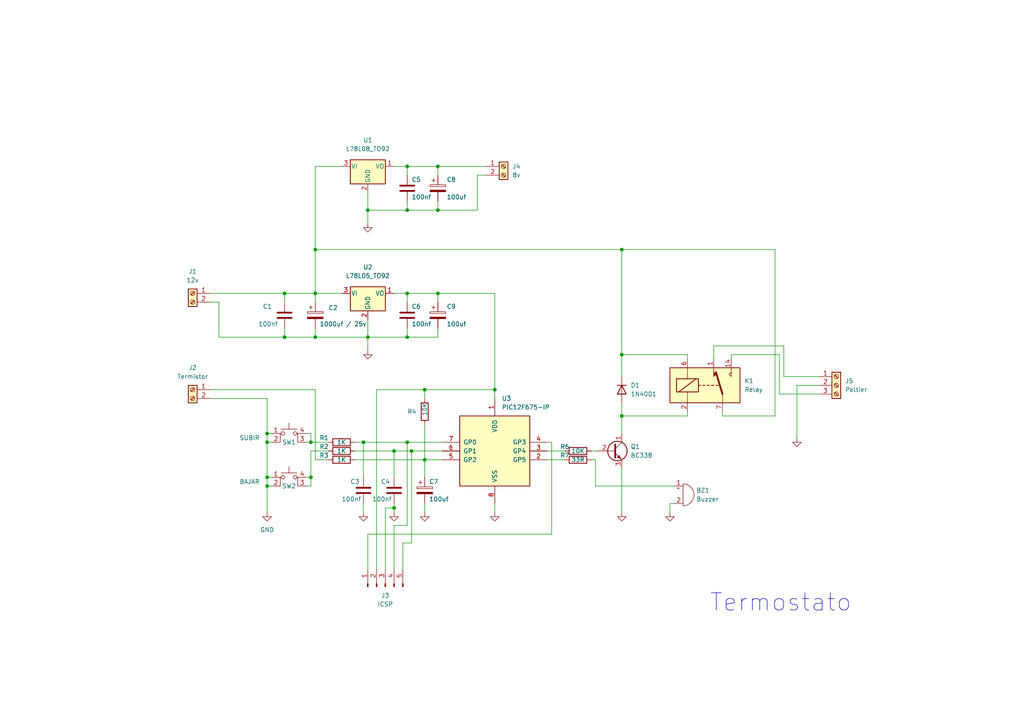
<source format=kicad_sch>
(kicad_sch (version 20211123) (generator eeschema)
  (paper "A4")
  (lib_symbols
    (symbol "Connector:Conn_01x05_Male" (pin_names (offset 1.016) hide)
      (property "Reference" "J" (at 0 7.62 0))
      (property "Value" "Conn_01x05_Male" (at 0 -7.62 0))
      (symbol "Conn_01x05_Male_1_1"
        (polyline (pts (xy 1.27 -5.08) (xy 0.8636 -5.08)) (stroke (width 0.1524)))
        (polyline (pts (xy 1.27 -2.54) (xy 0.8636 -2.54)) (stroke (width 0.1524)))
        (polyline (pts (xy 1.27 0) (xy 0.8636 0)) (stroke (width 0.1524)))
        (polyline (pts (xy 1.27 2.54) (xy 0.8636 2.54)) (stroke (width 0.1524)))
        (polyline (pts (xy 1.27 5.08) (xy 0.8636 5.08)) (stroke (width 0.1524)))
        (rectangle (start 0.8636 -4.953) (end 0 -5.207) (stroke (width 0.1524)) (fill (type outline)))
        (rectangle (start 0.8636 -2.413) (end 0 -2.667) (stroke (width 0.1524)) (fill (type outline)))
        (rectangle (start 0.8636 0.127) (end 0 -0.127) (stroke (width 0.1524)) (fill (type outline)))
        (rectangle (start 0.8636 2.667) (end 0 2.413) (stroke (width 0.1524)) (fill (type outline)))
        (rectangle (start 0.8636 5.207) (end 0 4.953) (stroke (width 0.1524)) (fill (type outline)))
        (pin passive line (at 5.08 5.08 180) (length 3.81) (name "Pin_1") (number "1"))
        (pin passive line (at 5.08 2.54 180) (length 3.81) (name "Pin_2") (number "2"))
        (pin passive line (at 5.08 0 180) (length 3.81) (name "Pin_3") (number "3"))
        (pin passive line (at 5.08 -2.54 180) (length 3.81) (name "Pin_4") (number "4"))
        (pin passive line (at 5.08 -5.08 180) (length 3.81) (name "Pin_5") (number "5"))
      )
    )
    (symbol "Connector:Screw_Terminal_01x02" (pin_names (offset 1.016) hide)
      (property "Reference" "J" (at 0 2.54 0))
      (property "Value" "Screw_Terminal_01x02" (at 0 -5.08 0))
      (symbol "Screw_Terminal_01x02_1_1"
        (rectangle (start -1.27 1.27) (end 1.27 -3.81) (stroke (width 0.254)) (fill (type background)))
        (circle (center 0 -2.54) (radius 0.635) (stroke (width 0.1524)))
        (polyline (pts (xy -0.5334 -2.2098) (xy 0.3302 -3.048)) (stroke (width 0.1524)))
        (polyline (pts (xy -0.5334 0.3302) (xy 0.3302 -0.508)) (stroke (width 0.1524)))
        (polyline (pts (xy -0.3556 -2.032) (xy 0.508 -2.8702)) (stroke (width 0.1524)))
        (polyline (pts (xy -0.3556 0.508) (xy 0.508 -0.3302)) (stroke (width 0.1524)))
        (circle (center 0 0) (radius 0.635) (stroke (width 0.1524)))
        (pin passive line (at -5.08 0 0) (length 3.81) (name "Pin_1") (number "1"))
        (pin passive line (at -5.08 -2.54 0) (length 3.81) (name "Pin_2") (number "2"))
      )
    )
    (symbol "Connector:Screw_Terminal_01x03" (pin_names (offset 1.016) hide)
      (property "Reference" "J" (at 0 5.08 0))
      (property "Value" "Screw_Terminal_01x03" (at 0 -5.08 0))
      (symbol "Screw_Terminal_01x03_1_1"
        (rectangle (start -1.27 3.81) (end 1.27 -3.81) (stroke (width 0.254)) (fill (type background)))
        (circle (center 0 -2.54) (radius 0.635) (stroke (width 0.1524)))
        (polyline (pts (xy -0.5334 -2.2098) (xy 0.3302 -3.048)) (stroke (width 0.1524)))
        (polyline (pts (xy -0.5334 0.3302) (xy 0.3302 -0.508)) (stroke (width 0.1524)))
        (polyline (pts (xy -0.5334 2.8702) (xy 0.3302 2.032)) (stroke (width 0.1524)))
        (polyline (pts (xy -0.3556 -2.032) (xy 0.508 -2.8702)) (stroke (width 0.1524)))
        (polyline (pts (xy -0.3556 0.508) (xy 0.508 -0.3302)) (stroke (width 0.1524)))
        (polyline (pts (xy -0.3556 3.048) (xy 0.508 2.2098)) (stroke (width 0.1524)))
        (circle (center 0 0) (radius 0.635) (stroke (width 0.1524)))
        (circle (center 0 2.54) (radius 0.635) (stroke (width 0.1524)))
        (pin passive line (at -5.08 2.54 0) (length 3.81) (name "Pin_1") (number "1"))
        (pin passive line (at -5.08 0 0) (length 3.81) (name "Pin_2") (number "2"))
        (pin passive line (at -5.08 -2.54 0) (length 3.81) (name "Pin_3") (number "3"))
      )
    )
    (symbol "Device:Buzzer" (pin_names (offset 0.0254) hide)
      (property "Reference" "BZ" (at 3.81 1.27 0))
      (property "Value" "Buzzer" (at 3.81 -1.27 0))
      (symbol "Buzzer_0_1"
        (arc (start 0 -3.175) (mid 3.175 0) (end 0 3.175))
        (polyline (pts (xy -1.651 1.905) (xy -1.143 1.905)))
        (polyline (pts (xy -1.397 2.159) (xy -1.397 1.651)))
        (polyline (pts (xy 0 3.175) (xy 0 -3.175)))
      )
      (symbol "Buzzer_1_1"
        (pin passive line (at -2.54 2.54 0) (length 2.54) (name "-") (number "1"))
        (pin passive line (at -2.54 -2.54 0) (length 2.54) (name "+") (number "2"))
      )
    )
    (symbol "Device:C" (pin_numbers hide) (pin_names (offset 0.254))
      (property "Reference" "C" (at 0.635 2.54 0))
      (property "Value" "C" (at 0.635 -2.54 0))
      (symbol "C_0_1"
        (polyline (pts (xy -2.032 -0.762) (xy 2.032 -0.762)) (stroke (width 0.508)))
        (polyline (pts (xy -2.032 0.762) (xy 2.032 0.762)) (stroke (width 0.508)))
      )
      (symbol "C_1_1"
        (pin passive line (at 0 3.81 270) (length 2.794) (name "~") (number "1"))
        (pin passive line (at 0 -3.81 90) (length 2.794) (name "~") (number "2"))
      )
    )
    (symbol "Device:C_Polarized" (pin_numbers hide) (pin_names (offset 0.254))
      (property "Reference" "C" (at 0.635 2.54 0))
      (property "Value" "C_Polarized" (at 0.635 -2.54 0))
      (symbol "C_Polarized_0_1"
        (rectangle (start -2.286 0.508) (end 2.286 1.016))
        (polyline (pts (xy -1.778 2.286) (xy -0.762 2.286)))
        (polyline (pts (xy -1.27 2.794) (xy -1.27 1.778)))
        (rectangle (start 2.286 -0.508) (end -2.286 -1.016) (fill (type outline)))
      )
      (symbol "C_Polarized_1_1"
        (pin passive line (at 0 3.81 270) (length 2.794) (name "~") (number "1"))
        (pin passive line (at 0 -3.81 90) (length 2.794) (name "~") (number "2"))
      )
    )
    (symbol "Device:R" (pin_numbers hide) (pin_names (offset 0))
      (property "Reference" "R" (at 2.032 0 90))
      (property "Value" "R" (at 0 0 90))
      (symbol "R_0_1"
        (rectangle (start -1.016 -2.54) (end 1.016 2.54) (stroke (width 0.254)))
      )
      (symbol "R_1_1"
        (pin passive line (at 0 3.81 270) (length 1.27) (name "~") (number "1"))
        (pin passive line (at 0 -3.81 90) (length 1.27) (name "~") (number "2"))
      )
    )
    (symbol "Diode:1N4001" (pin_numbers hide) (pin_names (offset 1.016) hide)
      (property "Reference" "D" (at 0 2.54 0))
      (property "Value" "1N4001" (at 0 -2.54 0))
      (symbol "1N4001_0_1"
        (polyline (pts (xy -1.27 1.27) (xy -1.27 -1.27)) (stroke (width 0.254)))
        (polyline (pts (xy 1.27 0) (xy -1.27 0)))
        (polyline (pts (xy 1.27 1.27) (xy 1.27 -1.27) (xy -1.27 0) (xy 1.27 1.27)) (stroke (width 0.254)))
      )
      (symbol "1N4001_1_1"
        (pin passive line (at -3.81 0 0) (length 2.54) (name "K") (number "1"))
        (pin passive line (at 3.81 0 180) (length 2.54) (name "A") (number "2"))
      )
    )
    (symbol "MCU_Microchip_PIC12:PIC12F675-IP" (pin_names (offset 1.016))
      (property "Reference" "U" (at 1.27 13.97 0))
      (property "Value" "PIC12F675-IP" (at 1.27 11.43 0))
      (symbol "PIC12F675-IP_0_1"
        (rectangle (start 10.16 -10.16) (end -10.16 10.16) (stroke (width 0.254)) (fill (type background)))
      )
      (symbol "PIC12F675-IP_1_1"
        (pin power_in line (at 0 15.24 270) (length 5.08) (name "VDD") (number "1"))
        (pin bidirectional line (at 15.24 -2.54 180) (length 5.08) (name "GP5") (number "2"))
        (pin bidirectional line (at 15.24 0 180) (length 5.08) (name "GP4") (number "3"))
        (pin input line (at 15.24 2.54 180) (length 5.08) (name "GP3") (number "4"))
        (pin bidirectional line (at -15.24 -2.54 0) (length 5.08) (name "GP2") (number "5"))
        (pin bidirectional line (at -15.24 0 0) (length 5.08) (name "GP1") (number "6"))
        (pin bidirectional line (at -15.24 2.54 0) (length 5.08) (name "GP0") (number "7"))
        (pin power_in line (at 0 -15.24 90) (length 5.08) (name "VSS") (number "8"))
      )
    )
    (symbol "Regulator_Linear:L78L05_TO92" (pin_names (offset 0.254))
      (property "Reference" "U" (at -3.81 3.175 0))
      (property "Value" "L78L05_TO92" (at 0 3.175 0))
      (symbol "L78L05_TO92_0_1"
        (rectangle (start -5.08 -5.08) (end 5.08 1.905) (stroke (width 0.254)) (fill (type background)))
      )
      (symbol "L78L05_TO92_1_1"
        (pin power_out line (at 7.62 0 180) (length 2.54) (name "VO") (number "1"))
        (pin power_in line (at 0 -7.62 90) (length 2.54) (name "GND") (number "2"))
        (pin power_in line (at -7.62 0 0) (length 2.54) (name "VI") (number "3"))
      )
    )
    (symbol "Relay:DIPxx-1Cxx-51x"
      (property "Reference" "K" (at 11.43 3.81 0))
      (property "Value" "DIPxx-1Cxx-51x" (at 11.43 1.27 0))
      (symbol "DIPxx-1Cxx-51x_0_0"
        (polyline (pts (xy 2.54 5.08) (xy 2.54 2.54) (xy 3.175 3.175) (xy 2.54 3.81)) (fill (type outline)))
        (polyline (pts (xy 7.62 5.08) (xy 7.62 2.54) (xy 6.985 3.175) (xy 7.62 3.81)))
      )
      (symbol "DIPxx-1Cxx-51x_0_1"
        (rectangle (start -10.16 5.08) (end 10.16 -5.08) (stroke (width 0.254)) (fill (type background)))
        (rectangle (start -8.255 1.905) (end -1.905 -1.905) (stroke (width 0.254)))
        (polyline (pts (xy -7.62 -1.905) (xy -2.54 1.905)) (stroke (width 0.254)))
        (polyline (pts (xy -5.08 -5.08) (xy -5.08 -1.905)))
        (polyline (pts (xy -5.08 5.08) (xy -5.08 1.905)))
        (polyline (pts (xy -1.905 0) (xy -1.27 0)) (stroke (width 0.254)))
        (polyline (pts (xy -0.635 0) (xy 0 0)) (stroke (width 0.254)))
        (polyline (pts (xy 0.635 0) (xy 1.27 0)) (stroke (width 0.254)))
        (polyline (pts (xy 1.905 0) (xy 2.54 0)) (stroke (width 0.254)))
        (polyline (pts (xy 3.175 0) (xy 3.81 0)) (stroke (width 0.254)))
        (polyline (pts (xy 5.08 -2.54) (xy 3.175 3.81)) (stroke (width 0.508)))
        (polyline (pts (xy 5.08 -2.54) (xy 5.08 -5.08)))
      )
      (symbol "DIPxx-1Cxx-51x_1_1"
        (pin passive line (at 2.54 7.62 270) (length 2.54) (name "~") (number "1"))
        (pin passive line (at 7.62 7.62 270) (length 2.54) (name "~") (number "14"))
        (pin passive line (at -5.08 -7.62 90) (length 2.54) (name "~") (number "2"))
        (pin passive line (at -5.08 7.62 270) (length 2.54) (name "~") (number "6"))
        (pin passive line (at 5.08 -7.62 90) (length 2.54) (name "~") (number "7"))
        (pin passive line (at 5.08 -7.62 90) (length 2.54) hide (name "~") (number "8"))
      )
    )
    (symbol "Switch:SW_MEC_5E" (pin_names (offset 1.016) hide)
      (property "Reference" "SW" (at 0.635 5.715 0))
      (property "Value" "SW_MEC_5E" (at 0 -3.175 0))
      (symbol "SW_MEC_5E_0_1"
        (circle (center -1.778 2.54) (radius 0.508))
        (polyline (pts (xy -2.286 3.81) (xy 2.286 3.81)))
        (polyline (pts (xy 0 3.81) (xy 0 5.588)))
        (polyline (pts (xy -2.54 0) (xy -2.54 2.54) (xy -2.286 2.54)))
        (polyline (pts (xy 2.54 0) (xy 2.54 2.54) (xy 2.286 2.54)))
        (circle (center 1.778 2.54) (radius 0.508))
        (pin passive line (at -5.08 2.54 0) (length 2.54) (name "1") (number "1"))
        (pin passive line (at -5.08 0 0) (length 2.54) (name "2") (number "2"))
        (pin passive line (at 5.08 0 180) (length 2.54) (name "K") (number "3"))
        (pin passive line (at 5.08 2.54 180) (length 2.54) (name "A") (number "4"))
      )
    )
    (symbol "Transistor_BJT:BC338" (pin_names (offset 0) hide)
      (property "Reference" "Q" (at 5.08 1.905 0))
      (property "Value" "BC338" (at 5.08 0 0))
      (symbol "BC338_0_1"
        (polyline (pts (xy 0 0) (xy 0.635 0)))
        (polyline (pts (xy 0.635 0.635) (xy 2.54 2.54)))
        (polyline (pts (xy 0.635 -0.635) (xy 2.54 -2.54) (xy 2.54 -2.54)))
        (polyline (pts (xy 0.635 1.905) (xy 0.635 -1.905) (xy 0.635 -1.905)) (stroke (width 0.508)))
        (polyline (pts (xy 1.27 -1.778) (xy 1.778 -1.27) (xy 2.286 -2.286) (xy 1.27 -1.778) (xy 1.27 -1.778)) (fill (type outline)))
        (circle (center 1.27 0) (radius 2.8194) (stroke (width 0.254)))
      )
      (symbol "BC338_1_1"
        (pin passive line (at 2.54 5.08 270) (length 2.54) (name "C") (number "1"))
        (pin input line (at -5.08 0 0) (length 5.08) (name "B") (number "2"))
        (pin passive line (at 2.54 -5.08 90) (length 2.54) (name "E") (number "3"))
      )
    )
    (symbol "power:GND" (power) (pin_names (offset 0))
      (property "Value" "GND" (at 0 -3.81 0))
      (symbol "GND_0_1"
        (polyline (pts (xy 0 0) (xy 0 -1.27) (xy 1.27 -1.27) (xy 0 -2.54) (xy -1.27 -1.27) (xy 0 -1.27)))
      )
      (symbol "GND_1_1"
        (pin power_in line (at 0 0 270) (length 0) hide (name "GND") (number "1"))
      )
    )
  )
  (junction (at 127 85.09))
  (junction (at 114.3 147.32))
  (junction (at 91.44 97.79))
  (junction (at 77.47 140.97))
  (junction (at 180.34 102.87))
  (junction (at 105.41 128.27))
  (junction (at 114.3 130.81))
  (junction (at 123.19 133.35))
  (junction (at 106.68 97.79))
  (junction (at 82.55 85.09))
  (junction (at 118.11 97.79))
  (junction (at 90.17 138.43))
  (junction (at 143.51 113.03))
  (junction (at 77.47 125.73))
  (junction (at 90.17 128.27))
  (junction (at 127 48.26))
  (junction (at 77.47 138.43))
  (junction (at 77.47 128.27))
  (junction (at 118.11 60.96))
  (junction (at 127 60.96))
  (junction (at 118.11 85.09))
  (junction (at 180.34 72.39))
  (junction (at 91.44 72.39))
  (junction (at 91.44 85.09))
  (junction (at 123.19 113.03))
  (junction (at 118.11 128.27))
  (junction (at 118.11 48.26))
  (junction (at 82.55 97.79))
  (junction (at 119.38 130.81))
  (junction (at 180.34 120.65))
  (junction (at 106.68 60.96))
  (wire (pts (xy 106.68 97.79) (xy 106.68 101.6)))
  (wire (pts (xy 160.02 154.94) (xy 160.02 128.27)))
  (wire (pts (xy 127 85.09) (xy 143.51 85.09)))
  (wire (pts (xy 77.47 138.43) (xy 77.47 140.97)))
  (wire (pts (xy 116.84 165.1) (xy 116.84 157.48)))
  (wire (pts (xy 140.97 50.8) (xy 138.43 50.8)))
  (wire (pts (xy 77.47 115.57) (xy 77.47 125.73)))
  (wire (pts (xy 109.22 113.03) (xy 123.19 113.03)))
  (wire (pts (xy 114.3 147.32) (xy 114.3 148.59)))
  (wire (pts (xy 226.06 102.87) (xy 226.06 114.3)))
  (wire (pts (xy 143.51 113.03) (xy 143.51 115.57)))
  (wire (pts (xy 77.47 140.97) (xy 77.47 148.59)))
  (wire (pts (xy 194.31 146.05) (xy 194.31 148.59)))
  (wire (pts (xy 88.9 140.97) (xy 90.17 140.97)))
  (wire (pts (xy 91.44 133.35) (xy 95.25 133.35)))
  (wire (pts (xy 90.17 140.97) (xy 90.17 138.43)))
  (wire (pts (xy 158.75 130.81) (xy 163.83 130.81)))
  (wire (pts (xy 63.5 87.63) (xy 63.5 97.79)))
  (wire (pts (xy 227.33 109.22) (xy 237.49 109.22)))
  (wire (pts (xy 106.68 92.71) (xy 106.68 97.79)))
  (wire (pts (xy 106.68 97.79) (xy 118.11 97.79)))
  (wire (pts (xy 91.44 85.09) (xy 91.44 72.39)))
  (wire (pts (xy 105.41 128.27) (xy 118.11 128.27)))
  (wire (pts (xy 118.11 48.26) (xy 127 48.26)))
  (wire (pts (xy 171.45 133.35) (xy 172.72 133.35)))
  (wire (pts (xy 106.68 60.96) (xy 106.68 64.77)))
  (wire (pts (xy 106.68 154.94) (xy 160.02 154.94)))
  (wire (pts (xy 116.84 157.48) (xy 119.38 157.48)))
  (wire (pts (xy 199.39 102.87) (xy 180.34 102.87)))
  (wire (pts (xy 106.68 165.1) (xy 106.68 154.94)))
  (wire (pts (xy 171.45 130.81) (xy 172.72 130.81)))
  (wire (pts (xy 138.43 60.96) (xy 127 60.96)))
  (wire (pts (xy 195.58 146.05) (xy 194.31 146.05)))
  (wire (pts (xy 123.19 115.57) (xy 123.19 113.03)))
  (wire (pts (xy 63.5 97.79) (xy 82.55 97.79)))
  (wire (pts (xy 90.17 128.27) (xy 88.9 128.27)))
  (wire (pts (xy 118.11 60.96) (xy 127 60.96)))
  (wire (pts (xy 91.44 72.39) (xy 91.44 48.26)))
  (wire (pts (xy 77.47 138.43) (xy 78.74 138.43)))
  (wire (pts (xy 127 60.96) (xy 127 58.42)))
  (wire (pts (xy 172.72 133.35) (xy 172.72 140.97)))
  (wire (pts (xy 102.87 133.35) (xy 123.19 133.35)))
  (wire (pts (xy 158.75 128.27) (xy 160.02 128.27)))
  (wire (pts (xy 231.14 111.76) (xy 231.14 127)))
  (wire (pts (xy 123.19 133.35) (xy 128.27 133.35)))
  (wire (pts (xy 118.11 152.4) (xy 118.11 128.27)))
  (wire (pts (xy 88.9 125.73) (xy 90.17 125.73)))
  (wire (pts (xy 102.87 130.81) (xy 114.3 130.81)))
  (wire (pts (xy 118.11 97.79) (xy 127 97.79)))
  (wire (pts (xy 82.55 85.09) (xy 91.44 85.09)))
  (wire (pts (xy 105.41 128.27) (xy 105.41 138.43)))
  (wire (pts (xy 91.44 48.26) (xy 99.06 48.26)))
  (wire (pts (xy 105.41 146.05) (xy 105.41 148.59)))
  (wire (pts (xy 143.51 146.05) (xy 143.51 148.59)))
  (wire (pts (xy 158.75 133.35) (xy 163.83 133.35)))
  (wire (pts (xy 127 48.26) (xy 140.97 48.26)))
  (wire (pts (xy 127 97.79) (xy 127 95.25)))
  (wire (pts (xy 91.44 85.09) (xy 91.44 87.63)))
  (wire (pts (xy 77.47 125.73) (xy 77.47 128.27)))
  (wire (pts (xy 91.44 95.25) (xy 91.44 97.79)))
  (wire (pts (xy 180.34 120.65) (xy 180.34 125.73)))
  (wire (pts (xy 102.87 128.27) (xy 105.41 128.27)))
  (wire (pts (xy 172.72 140.97) (xy 195.58 140.97)))
  (wire (pts (xy 212.09 104.14) (xy 212.09 102.87)))
  (wire (pts (xy 226.06 114.3) (xy 237.49 114.3)))
  (wire (pts (xy 118.11 128.27) (xy 128.27 128.27)))
  (wire (pts (xy 143.51 85.09) (xy 143.51 113.03)))
  (wire (pts (xy 106.68 60.96) (xy 118.11 60.96)))
  (wire (pts (xy 77.47 140.97) (xy 78.74 140.97)))
  (wire (pts (xy 91.44 113.03) (xy 91.44 133.35)))
  (wire (pts (xy 114.3 152.4) (xy 118.11 152.4)))
  (wire (pts (xy 111.76 165.1) (xy 111.76 147.32)))
  (wire (pts (xy 207.01 104.14) (xy 207.01 100.33)))
  (wire (pts (xy 118.11 58.42) (xy 118.11 60.96)))
  (wire (pts (xy 118.11 85.09) (xy 118.11 87.63)))
  (wire (pts (xy 114.3 85.09) (xy 118.11 85.09)))
  (wire (pts (xy 180.34 102.87) (xy 180.34 109.22)))
  (wire (pts (xy 60.96 87.63) (xy 63.5 87.63)))
  (wire (pts (xy 209.55 119.38) (xy 209.55 120.65)))
  (wire (pts (xy 123.19 133.35) (xy 123.19 138.43)))
  (wire (pts (xy 91.44 85.09) (xy 99.06 85.09)))
  (wire (pts (xy 90.17 130.81) (xy 95.25 130.81)))
  (wire (pts (xy 180.34 135.89) (xy 180.34 148.59)))
  (wire (pts (xy 207.01 100.33) (xy 227.33 100.33)))
  (wire (pts (xy 123.19 123.19) (xy 123.19 133.35)))
  (wire (pts (xy 227.33 100.33) (xy 227.33 109.22)))
  (wire (pts (xy 91.44 97.79) (xy 106.68 97.79)))
  (wire (pts (xy 77.47 128.27) (xy 78.74 128.27)))
  (wire (pts (xy 114.3 130.81) (xy 119.38 130.81)))
  (wire (pts (xy 60.96 85.09) (xy 82.55 85.09)))
  (wire (pts (xy 60.96 115.57) (xy 77.47 115.57)))
  (wire (pts (xy 77.47 125.73) (xy 78.74 125.73)))
  (wire (pts (xy 118.11 95.25) (xy 118.11 97.79)))
  (wire (pts (xy 138.43 50.8) (xy 138.43 60.96)))
  (wire (pts (xy 180.34 120.65) (xy 199.39 120.65)))
  (wire (pts (xy 180.34 72.39) (xy 180.34 102.87)))
  (wire (pts (xy 119.38 130.81) (xy 128.27 130.81)))
  (wire (pts (xy 209.55 120.65) (xy 224.79 120.65)))
  (wire (pts (xy 224.79 72.39) (xy 224.79 120.65)))
  (wire (pts (xy 82.55 85.09) (xy 82.55 87.63)))
  (wire (pts (xy 237.49 111.76) (xy 231.14 111.76)))
  (wire (pts (xy 90.17 130.81) (xy 90.17 138.43)))
  (wire (pts (xy 119.38 157.48) (xy 119.38 130.81)))
  (wire (pts (xy 82.55 95.25) (xy 82.55 97.79)))
  (wire (pts (xy 90.17 125.73) (xy 90.17 128.27)))
  (wire (pts (xy 199.39 104.14) (xy 199.39 102.87)))
  (wire (pts (xy 123.19 146.05) (xy 123.19 148.59)))
  (wire (pts (xy 114.3 130.81) (xy 114.3 138.43)))
  (wire (pts (xy 77.47 128.27) (xy 77.47 138.43)))
  (wire (pts (xy 180.34 72.39) (xy 224.79 72.39)))
  (wire (pts (xy 114.3 146.05) (xy 114.3 147.32)))
  (wire (pts (xy 90.17 138.43) (xy 88.9 138.43)))
  (wire (pts (xy 212.09 102.87) (xy 226.06 102.87)))
  (wire (pts (xy 82.55 97.79) (xy 91.44 97.79)))
  (wire (pts (xy 91.44 72.39) (xy 180.34 72.39)))
  (wire (pts (xy 199.39 119.38) (xy 199.39 120.65)))
  (wire (pts (xy 127 48.26) (xy 127 50.8)))
  (wire (pts (xy 118.11 48.26) (xy 118.11 50.8)))
  (wire (pts (xy 118.11 85.09) (xy 127 85.09)))
  (wire (pts (xy 114.3 48.26) (xy 118.11 48.26)))
  (wire (pts (xy 123.19 113.03) (xy 143.51 113.03)))
  (wire (pts (xy 180.34 116.84) (xy 180.34 120.65)))
  (wire (pts (xy 114.3 165.1) (xy 114.3 152.4)))
  (wire (pts (xy 127 85.09) (xy 127 87.63)))
  (wire (pts (xy 109.22 165.1) (xy 109.22 113.03)))
  (wire (pts (xy 106.68 55.88) (xy 106.68 60.96)))
  (wire (pts (xy 90.17 128.27) (xy 95.25 128.27)))
  (wire (pts (xy 111.76 147.32) (xy 114.3 147.32)))
  (wire (pts (xy 91.44 113.03) (xy 60.96 113.03)))
  (text "Termostato" (at 205.74 177.8 0) (effects (font (size 5 5)) (justify left bottom)))
  (symbol (lib_id "power:GND") (at 114.3 148.59 0) (unit 1)
    (property "Reference" "#PWR05" (effects hide))
    (property "Value" "GND" (effects hide))
  )
  (symbol (lib_id "power:GND") (at 180.34 148.59 0) (unit 1)
    (property "Reference" "#PWR08" (effects hide))
    (property "Value" "GND" (effects hide))
  )
  (symbol (lib_id "Device:R") (at 99.06 133.35 90) (unit 1)
    (property "Reference" "R3" (at 93.98 132.08 90))
    (property "Value" "1K" (at 99.06 133.35 90))
  )
  (symbol (lib_id "Connector:Screw_Terminal_01x03") (at 242.57 111.76 0) (unit 1)
    (property "Reference" "J5" (at 245.11 110.4899 0) (effects (justify left)))
    (property "Value" "Peltier" (at 245.11 113.0299 0) (effects (justify left)))
  )
  (symbol (lib_id "Device:R") (at 99.06 128.27 90) (unit 1)
    (property "Reference" "R1" (at 93.98 127 90))
    (property "Value" "1K" (at 99.06 128.27 90))
  )
  (symbol (lib_id "Device:C") (at 118.11 91.44 0) (unit 1)
    (property "Reference" "C6" (at 119.38 88.9 0) (effects (justify left)))
    (property "Value" "100nf" (at 119.38 93.98 0) (effects (justify left)))
  )
  (symbol (lib_id "power:GND") (at 106.68 64.77 0) (unit 1)
    (property "Reference" "#PWR03" (effects hide))
    (property "Value" "GND" (effects hide))
  )
  (symbol (lib_id "power:GND") (at 231.14 127 0) (unit 1)
    (property "Reference" "#PWR011" (effects hide))
    (property "Value" "GND" (effects hide))
  )
  (symbol (lib_id "Device:C_Polarized") (at 91.44 91.44 0) (unit 1)
    (property "Reference" "C2" (at 95.25 89.2809 0) (effects (justify left)))
    (property "Value" "1000uf / 25v" (at 92.71 93.98 0) (effects (justify left)))
  )
  (symbol (lib_id "Device:C") (at 82.55 91.44 0) (unit 1)
    (property "Reference" "C1" (at 76.2 88.9 0) (effects (justify left)))
    (property "Value" "100nf" (at 74.93 93.98 0) (effects (justify left)))
  )
  (symbol (lib_id "Device:Buzzer") (at 198.12 143.51 0) (unit 1)
    (property "Reference" "BZ1" (at 201.93 142.2399 0) (effects (justify left)))
    (property "Value" "Buzzer" (at 201.93 144.7799 0) (effects (justify left)))
  )
  (symbol (lib_id "Diode:1N4001") (at 180.34 113.03 270) (unit 1)
    (property "Reference" "D1" (at 182.88 111.7599 90) (effects (justify left)))
    (property "Value" "1N4001" (at 182.88 114.2999 90) (effects (justify left)))
    (property "Footprint" "Diode_THT:D_DO-41_SOD81_P10.16mm_Horizontal" (effects hide))
    (property "Datasheet" "http://www.vishay.com/docs/88503/1n4001.pdf" (effects hide))
  )
  (symbol (lib_id "Connector:Screw_Terminal_01x02") (at 55.88 85.09 0) (mirror y) (unit 1)
    (property "Reference" "J1" (at 55.88 78.74 0))
    (property "Value" "12v" (at 55.88 81.28 0))
  )
  (symbol (lib_id "Device:C_Polarized") (at 127 54.61 0) (unit 1)
    (property "Reference" "C8" (at 129.54 52.07 0) (effects (justify left)))
    (property "Value" "100uf" (at 129.54 57.15 0) (effects (justify left)))
  )
  (symbol (lib_id "Switch:SW_MEC_5E") (at 83.82 140.97 0) (unit 1)
    (property "Reference" "SW2" (at 83.82 140.97 0))
    (property "Value" "BAJAR" (at 72.39 139.7 0))
    (property "Datasheet" "http://www.apem.com/int/index.php?controller=attachment&id_attachment=1371" (effects hide))
  )
  (symbol (lib_id "power:GND") (at 194.31 148.59 0) (unit 1)
    (property "Reference" "#PWR09" (effects hide))
    (property "Value" "GND" (effects hide))
  )
  (symbol (lib_id "Relay:DIPxx-1Cxx-51x") (at 204.47 111.76 0) (unit 1)
    (property "Reference" "K1" (at 215.9 110.4899 0) (effects (justify left)))
    (property "Value" "Relay" (at 215.9 113.0299 0) (effects (justify left)))
    (property "Footprint" "Relay_THT:Relay_StandexMeder_DIP_LowProfile" (effects hide))
    (property "Datasheet" "https://standexelectronics.com/wp-content/uploads/datasheet_reed_relay_DIP.pdf" (effects hide))
  )
  (symbol (lib_id "power:GND") (at 77.47 148.59 0) (unit 1)
    (property "Reference" "#PWR01" (effects hide))
    (property "Value" "GND" (at 77.47 153.67 0))
  )
  (symbol (lib_id "Device:C") (at 118.11 54.61 0) (unit 1)
    (property "Reference" "C5" (at 119.38 52.07 0) (effects (justify left)))
    (property "Value" "100nf" (at 119.38 57.15 0) (effects (justify left)))
  )
  (symbol (lib_id "MCU_Microchip_PIC12:PIC12F675-IP") (at 143.51 130.81 0) (unit 1)
    (property "Reference" "U3" (at 145.5294 115.57 0) (effects (justify left)))
    (property "Value" "PIC12F675-IP" (at 145.5294 118.11 0) (effects (justify left)))
    (property "Footprint" "Package_DIP:DIP-8_W7.62mm" (effects hide))
    (property "Datasheet" "http://ww1.microchip.com/downloads/en/DeviceDoc/41190G.pdf" (effects hide))
  )
  (symbol (lib_id "power:GND") (at 143.51 148.59 0) (unit 1)
    (property "Reference" "#PWR07" (effects hide))
    (property "Value" "GND" (effects hide))
  )
  (symbol (lib_id "Connector:Conn_01x05_Male") (at 111.76 170.18 90) (unit 1)
    (property "Reference" "J3" (at 111.76 172.72 90))
    (property "Value" "ICSP" (at 111.76 175.26 90))
  )
  (symbol (lib_id "power:GND") (at 105.41 148.59 0) (unit 1)
    (property "Reference" "#PWR02" (effects hide))
    (property "Value" "GND" (effects hide))
  )
  (symbol (lib_id "Regulator_Linear:L78L05_TO92") (at 106.68 85.09 0) (unit 1)
    (property "Reference" "U2" (at 106.68 77.47 0))
    (property "Value" "L78L05_TO92" (at 106.68 80.01 0))
    (property "Footprint" "Package_TO_SOT_THT:TO-92_Inline" (effects hide))
    (property "Datasheet" "http://www.st.com/content/ccc/resource/technical/document/datasheet/15/55/e5/aa/23/5b/43/fd/CD00000446.pdf/files/CD00000446.pdf/jcr:content/translations/en.CD00000446.pdf" (effects hide))
  )
  (symbol (lib_id "Device:C") (at 105.41 142.24 0) (unit 1)
    (property "Reference" "C3" (at 101.6 139.7 0) (effects (justify left)))
    (property "Value" "100nf" (at 99.06 144.78 0) (effects (justify left)))
  )
  (symbol (lib_id "Device:R") (at 167.64 130.81 90) (unit 1)
    (property "Reference" "R6" (at 163.83 129.54 90))
    (property "Value" "10K" (at 167.64 130.81 90))
  )
  (symbol (lib_id "Device:C_Polarized") (at 123.19 142.24 0) (unit 1)
    (property "Reference" "C7" (at 124.46 139.7 0) (effects (justify left)))
    (property "Value" "100uf" (at 124.46 144.78 0) (effects (justify left)))
  )
  (symbol (lib_id "power:GND") (at 106.68 101.6 0) (unit 1)
    (property "Reference" "#PWR04" (effects hide))
    (property "Value" "GND" (effects hide))
  )
  (symbol (lib_id "Device:C") (at 114.3 142.24 0) (unit 1)
    (property "Reference" "C4" (at 110.49 139.7 0) (effects (justify left)))
    (property "Value" "100nf" (at 107.95 144.78 0) (effects (justify left)))
  )
  (symbol (lib_id "Device:R") (at 167.64 133.35 90) (unit 1)
    (property "Reference" "R7" (at 163.83 132.08 90))
    (property "Value" "33R" (at 167.64 133.35 90))
  )
  (symbol (lib_id "power:GND") (at 123.19 148.59 0) (unit 1)
    (property "Reference" "#PWR06" (effects hide))
    (property "Value" "GND" (effects hide))
  )
  (symbol (lib_id "Connector:Screw_Terminal_01x02") (at 55.88 113.03 0) (mirror y) (unit 1)
    (property "Reference" "J2" (at 55.88 106.68 0))
    (property "Value" "Termistor" (at 55.88 109.22 0))
  )
  (symbol (lib_id "Device:C_Polarized") (at 127 91.44 0) (unit 1)
    (property "Reference" "C9" (at 129.54 88.9 0) (effects (justify left)))
    (property "Value" "100uf" (at 129.54 93.98 0) (effects (justify left)))
  )
  (symbol (lib_id "Regulator_Linear:L78L05_TO92") (at 106.68 48.26 0) (unit 1)
    (property "Reference" "U1" (at 106.68 40.64 0))
    (property "Value" "L78L08_TO92" (at 106.68 43.18 0))
    (property "Footprint" "Package_TO_SOT_THT:TO-92_Inline" (effects hide))
    (property "Datasheet" "http://www.st.com/content/ccc/resource/technical/document/datasheet/15/55/e5/aa/23/5b/43/fd/CD00000446.pdf/files/CD00000446.pdf/jcr:content/translations/en.CD00000446.pdf" (effects hide))
  )
  (symbol (lib_id "Switch:SW_MEC_5E") (at 83.82 128.27 0) (unit 1)
    (property "Reference" "SW1" (at 83.82 128.27 0))
    (property "Value" "SUBIR" (at 72.39 127 0))
    (property "Datasheet" "http://www.apem.com/int/index.php?controller=attachment&id_attachment=1371" (effects hide))
  )
  (symbol (lib_id "Device:R") (at 99.06 130.81 90) (unit 1)
    (property "Reference" "R2" (at 93.98 129.54 90))
    (property "Value" "1K" (at 99.06 130.81 90))
  )
  (symbol (lib_id "Transistor_BJT:BC338") (at 177.8 130.81 0) (unit 1)
    (property "Reference" "Q1" (at 182.88 129.5399 0) (effects (justify left)))
    (property "Value" "BC338" (at 182.88 132.0799 0) (effects (justify left)))
    (property "Footprint" "Package_TO_SOT_THT:TO-92_Inline" (effects hide))
    (property "Datasheet" "http://diotec.com/tl_files/diotec/files/pdf/datasheets/bc337" (effects hide))
  )
  (symbol (lib_id "Connector:Screw_Terminal_01x02") (at 146.05 48.26 0) (unit 1)
    (property "Reference" "J4" (at 148.59 48.2599 0) (effects (justify left)))
    (property "Value" "8v" (at 148.59 50.7999 0) (effects (justify left)))
  )
  (symbol (lib_id "Device:R") (at 123.19 119.38 180) (unit 1)
    (property "Reference" "R4" (at 118.11 119.38 0) (effects (justify right)))
    (property "Value" "10K" (at 123.19 120.65 90) (effects (justify right)))
  )
)
</source>
